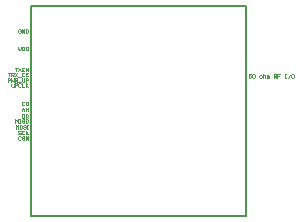
<source format=gm1>
*%FSLAX24Y24*%
*%MOIN*%
G01*
%ADD11C,0.0010*%
%ADD12C,0.0030*%
%ADD13C,0.0043*%
%ADD14C,0.0050*%
%ADD15C,0.0060*%
%ADD16C,0.0070*%
%ADD17C,0.0073*%
%ADD18C,0.0080*%
%ADD19C,0.0100*%
%ADD20C,0.0110*%
%ADD21C,0.0150*%
%ADD22C,0.0200*%
%ADD23C,0.0250*%
%ADD24C,0.0300*%
%ADD25C,0.0360*%
%ADD26C,0.0440*%
%ADD27C,0.0600*%
%ADD28R,0.0300X0.0300*%
%ADD29R,0.0380X0.0380*%
%ADD30R,0.0551X0.0453*%
%ADD31R,0.0631X0.0533*%
%ADD32O,0.0118X0.0354*%
%ADD33O,0.0198X0.0434*%
%ADD34O,0.0354X0.0118*%
%ADD35O,0.0434X0.0198*%
D12*
X14500Y15350D02*
X14480Y15370D01*
X14440D01*
X14420Y15350D01*
Y15270D01*
X14440Y15250D01*
X14480D01*
X14500Y15270D01*
X14600Y15370D02*
X14620Y15350D01*
X14600Y15370D02*
X14560D01*
X14540Y15350D01*
Y15330D01*
X14560Y15310D01*
X14600D01*
X14620Y15290D01*
Y15270D01*
X14600Y15250D01*
X14560D01*
X14540Y15270D01*
X14660Y15250D02*
Y15370D01*
X14740Y15250D01*
Y15370D01*
X14500Y15540D02*
X14480Y15560D01*
X14440D01*
X14420Y15540D01*
Y15520D01*
X14440Y15500D01*
X14480D01*
X14500Y15480D01*
Y15460D01*
X14480Y15440D01*
X14440D01*
X14420Y15460D01*
X14600Y15560D02*
X14620Y15540D01*
X14600Y15560D02*
X14560D01*
X14540Y15540D01*
Y15460D01*
X14560Y15440D01*
X14600D01*
X14620Y15460D01*
X14660Y15440D02*
Y15560D01*
Y15480D02*
Y15440D01*
Y15480D02*
X14740Y15560D01*
X14680Y15500D01*
X14740Y15440D01*
X14340Y15630D02*
Y15750D01*
X14380Y15710D01*
X14420Y15750D01*
Y15630D01*
X14480Y15750D02*
X14520D01*
X14480D02*
X14460Y15730D01*
Y15650D01*
X14480Y15630D01*
X14520D01*
X14540Y15650D01*
Y15730D01*
X14520Y15750D01*
X14640D02*
X14660Y15730D01*
X14640Y15750D02*
X14600D01*
X14580Y15730D01*
Y15710D01*
X14600Y15690D01*
X14640D01*
X14660Y15670D01*
Y15650D01*
X14640Y15630D01*
X14600D01*
X14580Y15650D01*
X14700Y15750D02*
X14740D01*
X14720D01*
Y15630D01*
X14700D01*
X14740D01*
X14320Y15820D02*
Y15940D01*
X14360Y15900D01*
X14400Y15940D01*
Y15820D01*
X14440Y15940D02*
X14480D01*
X14460D01*
Y15820D01*
X14440D01*
X14480D01*
X14600Y15940D02*
X14620Y15920D01*
X14600Y15940D02*
X14560D01*
X14540Y15920D01*
Y15900D01*
X14560Y15880D01*
X14600D01*
X14620Y15860D01*
Y15840D01*
X14600Y15820D01*
X14560D01*
X14540Y15840D01*
X14680Y15940D02*
X14720D01*
X14680D02*
X14660Y15920D01*
Y15840D01*
X14680Y15820D01*
X14720D01*
X14740Y15840D01*
Y15920D01*
X14720Y15940D01*
X14540Y15990D02*
Y16110D01*
Y15990D02*
X14600D01*
X14620Y16010D01*
Y16090D01*
X14600Y16110D01*
X14540D01*
X14660D02*
Y15990D01*
Y16110D02*
X14720D01*
X14740Y16090D01*
Y16050D01*
X14720Y16030D01*
X14660D01*
X14700D02*
X14740Y15990D01*
X14540Y16210D02*
Y16290D01*
X14580Y16330D01*
X14620Y16290D01*
Y16210D01*
Y16270D01*
X14540D01*
X14660Y16330D02*
Y16210D01*
X14700Y16290D02*
X14660Y16330D01*
X14700Y16290D02*
X14740Y16330D01*
Y16210D01*
X14620Y16510D02*
X14600Y16530D01*
X14560D01*
X14540Y16510D01*
Y16430D01*
X14560Y16410D01*
X14600D01*
X14620Y16430D01*
X14660Y16410D02*
Y16530D01*
Y16410D02*
X14720D01*
X14740Y16430D01*
Y16510D01*
X14720Y16530D01*
X14660D01*
X14180Y17050D02*
Y17110D01*
Y17050D02*
X14200Y17030D01*
X14260D01*
Y17110D01*
X14300Y17150D02*
Y17030D01*
Y17150D02*
X14360D01*
X14380Y17130D01*
Y17090D01*
X14360Y17070D01*
X14300D01*
X14480Y17150D02*
X14500Y17130D01*
X14480Y17150D02*
X14440D01*
X14420Y17130D01*
Y17050D01*
X14440Y17030D01*
X14480D01*
X14500Y17050D01*
X14540Y17030D02*
Y17150D01*
Y17030D02*
X14620D01*
X14660D02*
Y17150D01*
Y17070D02*
Y17030D01*
Y17070D02*
X14740Y17150D01*
X14680Y17090D01*
X14740Y17030D01*
X14060Y17200D02*
Y17320D01*
X14120D01*
X14140Y17300D01*
Y17260D01*
X14120Y17240D01*
X14060D01*
X14180Y17200D02*
Y17320D01*
X14220Y17240D02*
X14180Y17200D01*
X14220Y17240D02*
X14260Y17200D01*
Y17320D01*
X14300D02*
Y17200D01*
Y17320D02*
X14360D01*
X14380Y17300D01*
Y17260D01*
X14360Y17240D01*
X14300D01*
X14340D02*
X14380Y17200D01*
X14420Y17180D02*
X14500D01*
X14540Y17220D02*
Y17320D01*
Y17220D02*
X14560Y17200D01*
X14600D01*
X14620Y17220D01*
Y17320D01*
X14660D02*
Y17200D01*
Y17320D02*
X14720D01*
X14740Y17300D01*
Y17260D01*
X14720Y17240D01*
X14660D01*
X14140Y17500D02*
X14060D01*
X14100D02*
X14140D01*
X14100D02*
Y17380D01*
X14180D02*
Y17500D01*
X14240D01*
X14260Y17480D01*
Y17440D01*
X14240Y17420D01*
X14180D01*
X14220D02*
X14260Y17380D01*
X14380D02*
X14300Y17500D01*
X14380D02*
X14300Y17380D01*
X14420Y17360D02*
X14500D01*
X14620Y17480D02*
X14600Y17500D01*
X14560D01*
X14540Y17480D01*
Y17400D01*
X14560Y17380D01*
X14600D01*
X14620Y17400D01*
X14660Y17500D02*
X14740D01*
X14660D02*
Y17380D01*
X14740D01*
X14700Y17440D02*
X14660D01*
X14380Y17660D02*
X14300D01*
X14340D02*
X14380D01*
X14340D02*
Y17540D01*
X14420Y17660D02*
X14500Y17540D01*
X14420D02*
X14500Y17660D01*
X14540D02*
X14620D01*
X14540D02*
Y17540D01*
X14620D01*
X14580Y17600D02*
X14540D01*
X14660Y17660D02*
Y17540D01*
X14740D02*
X14660Y17660D01*
X14740D02*
Y17540D01*
X14420Y18280D02*
Y18360D01*
Y18280D02*
X14460Y18240D01*
X14500Y18280D01*
Y18360D01*
X14540D02*
Y18240D01*
X14600D01*
X14620Y18260D01*
Y18340D01*
X14600Y18360D01*
X14540D01*
X14660D02*
Y18240D01*
X14720D01*
X14740Y18260D01*
Y18340D01*
X14720Y18360D01*
X14660D01*
X14500Y18920D02*
X14480Y18940D01*
X14440D01*
X14420Y18920D01*
Y18840D01*
X14440Y18820D01*
X14480D01*
X14500Y18840D01*
Y18880D01*
X14460D01*
X14540Y18940D02*
Y18820D01*
X14620D02*
X14540Y18940D01*
X14620D02*
Y18820D01*
X14660D02*
Y18940D01*
Y18820D02*
X14720D01*
X14740Y18840D01*
Y18920D01*
X14720Y18940D01*
X14660D01*
X22090Y17450D02*
X22170D01*
X22090D02*
Y17390D01*
X22130Y17410D01*
X22150D01*
X22170Y17390D01*
Y17350D01*
X22150Y17330D01*
X22110D01*
X22090Y17350D01*
X22210Y17430D02*
X22230Y17450D01*
X22270D01*
X22290Y17430D01*
Y17350D01*
X22270Y17330D01*
X22230D01*
X22210Y17350D01*
Y17430D01*
X22470Y17330D02*
X22510D01*
X22530Y17350D01*
Y17390D01*
X22510Y17410D01*
X22470D01*
X22450Y17390D01*
Y17350D01*
X22470Y17330D01*
X22570D02*
Y17450D01*
Y17390D02*
Y17330D01*
Y17390D02*
X22590Y17410D01*
X22630D01*
X22650Y17390D01*
Y17330D01*
X22690D02*
Y17410D01*
X22710D01*
X22730Y17390D01*
Y17330D01*
Y17390D01*
X22750Y17410D01*
X22770Y17390D01*
Y17330D01*
X22930D02*
Y17450D01*
X22990D01*
X23010Y17430D01*
Y17390D01*
X22990Y17370D01*
X22930D01*
X22970D02*
X23010Y17330D01*
X23050Y17450D02*
X23130D01*
X23050D02*
Y17390D01*
X23090D01*
X23050D01*
Y17330D01*
X23290Y17450D02*
X23330D01*
X23310D01*
Y17330D01*
X23290D01*
X23330D01*
X23390D02*
X23470Y17410D01*
X23530Y17450D02*
X23570D01*
X23530D02*
X23510Y17430D01*
Y17350D01*
X23530Y17330D01*
X23570D01*
X23590Y17350D01*
Y17430D01*
X23570Y17450D01*
D14*
X14840Y19720D02*
Y12720D01*
Y19720D02*
X21990D01*
Y12720D01*
X14840D01*
D02*
M02*

</source>
